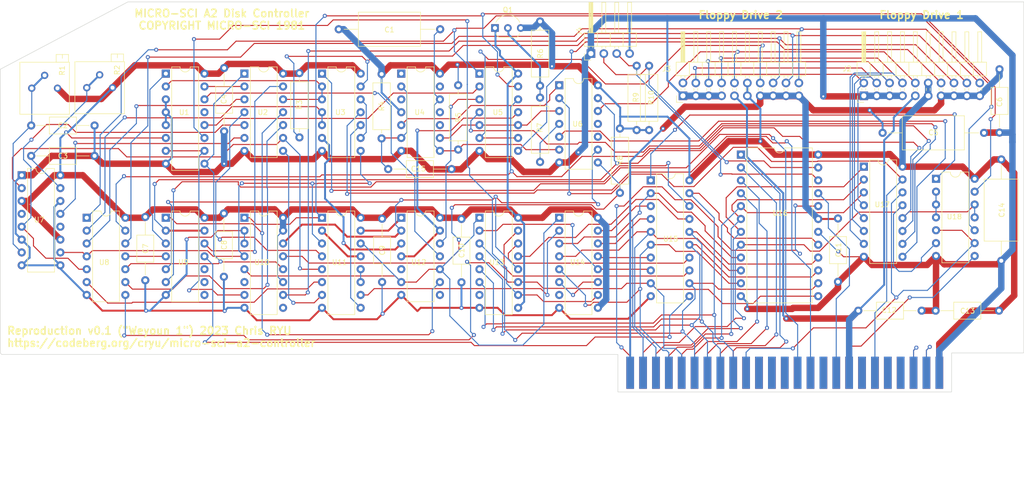
<source format=kicad_pcb>
(kicad_pcb (version 20221018) (generator pcbnew)

  (general
    (thickness 1.6)
  )

  (paper "A4")
  (layers
    (0 "F.Cu" signal)
    (31 "B.Cu" signal)
    (32 "B.Adhes" user "B.Adhesive")
    (33 "F.Adhes" user "F.Adhesive")
    (34 "B.Paste" user)
    (35 "F.Paste" user)
    (36 "B.SilkS" user "B.Silkscreen")
    (37 "F.SilkS" user "F.Silkscreen")
    (38 "B.Mask" user)
    (39 "F.Mask" user)
    (40 "Dwgs.User" user "User.Drawings")
    (41 "Cmts.User" user "User.Comments")
    (42 "Eco1.User" user "User.Eco1")
    (43 "Eco2.User" user "User.Eco2")
    (44 "Edge.Cuts" user)
    (45 "Margin" user)
    (46 "B.CrtYd" user "B.Courtyard")
    (47 "F.CrtYd" user "F.Courtyard")
    (48 "B.Fab" user)
    (49 "F.Fab" user)
    (50 "User.1" user)
    (51 "User.2" user)
    (52 "User.3" user)
    (53 "User.4" user)
    (54 "User.5" user)
    (55 "User.6" user)
    (56 "User.7" user)
    (57 "User.8" user)
    (58 "User.9" user)
  )

  (setup
    (stackup
      (layer "F.SilkS" (type "Top Silk Screen"))
      (layer "F.Paste" (type "Top Solder Paste"))
      (layer "F.Mask" (type "Top Solder Mask") (thickness 0.01))
      (layer "F.Cu" (type "copper") (thickness 0.035))
      (layer "dielectric 1" (type "core") (thickness 1.51) (material "FR4") (epsilon_r 4.5) (loss_tangent 0.02))
      (layer "B.Cu" (type "copper") (thickness 0.035))
      (layer "B.Mask" (type "Bottom Solder Mask") (thickness 0.01))
      (layer "B.Paste" (type "Bottom Solder Paste"))
      (layer "B.SilkS" (type "Bottom Silk Screen"))
      (copper_finish "None")
      (dielectric_constraints no)
    )
    (pad_to_mask_clearance 0)
    (pcbplotparams
      (layerselection 0x00010fc_ffffffff)
      (plot_on_all_layers_selection 0x0000000_00000000)
      (disableapertmacros false)
      (usegerberextensions false)
      (usegerberattributes true)
      (usegerberadvancedattributes true)
      (creategerberjobfile true)
      (dashed_line_dash_ratio 12.000000)
      (dashed_line_gap_ratio 3.000000)
      (svgprecision 4)
      (plotframeref false)
      (viasonmask false)
      (mode 1)
      (useauxorigin false)
      (hpglpennumber 1)
      (hpglpenspeed 20)
      (hpglpendiameter 15.000000)
      (dxfpolygonmode true)
      (dxfimperialunits true)
      (dxfusepcbnewfont true)
      (psnegative false)
      (psa4output false)
      (plotreference true)
      (plotvalue true)
      (plotinvisibletext false)
      (sketchpadsonfab false)
      (subtractmaskfromsilk false)
      (outputformat 1)
      (mirror false)
      (drillshape 1)
      (scaleselection 1)
      (outputdirectory "")
    )
  )

  (net 0 "")
  (net 1 "+5V")
  (net 2 "Net-(U4B-THR)")
  (net 3 "Net-(U7B-RCext)")
  (net 4 "GND")
  (net 5 "Net-(U7A-RCext)")
  (net 6 "Net-(J1-~{DMAIN})")
  (net 7 "Net-(J1-~{INTIN})")
  (net 8 "unconnected-(J1-~{DMA}-Pad22)")
  (net 9 "unconnected-(J1-~{RDY}-Pad21)")
  (net 10 "unconnected-(J1-~{IOSTRB}-Pad20)")
  (net 11 "unconnected-(J1-SYNC-Pad19)")
  (net 12 "R{slash}~{W}")
  (net 13 "unconnected-(J1-A15-Pad17)")
  (net 14 "unconnected-(J1-A14-Pad16)")
  (net 15 "unconnected-(J1-A13-Pad15)")
  (net 16 "unconnected-(J1-A12-Pad14)")
  (net 17 "unconnected-(J1-A11-Pad13)")
  (net 18 "unconnected-(J1-A10-Pad12)")
  (net 19 "unconnected-(J1-A9-Pad11)")
  (net 20 "unconnected-(J1-A8-Pad10)")
  (net 21 "A7")
  (net 22 "A6")
  (net 23 "A5")
  (net 24 "A4")
  (net 25 "A3")
  (net 26 "A2")
  (net 27 "A1")
  (net 28 "A0")
  (net 29 "~{IOSEL}")
  (net 30 "unconnected-(J1-~{NMI}-Pad29)")
  (net 31 "unconnected-(J1-~{IRQ}-Pad30)")
  (net 32 "~{RESET}")
  (net 33 "unconnected-(J1-~{INH}-Pad32)")
  (net 34 "-12V")
  (net 35 "-5V")
  (net 36 "unconnected-(J1-COLORREF{slash}M2B0-Pad35)")
  (net 37 "7M")
  (net 38 "Q3")
  (net 39 "unconnected-(J1-PHI1-Pad38)")
  (net 40 "unconnected-(J1-USER1{slash}SYNC{slash}M2SEL-Pad39)")
  (net 41 "unconnected-(J1-PHI0-Pad40)")
  (net 42 "~{DEVSEL}")
  (net 43 "D7")
  (net 44 "D6")
  (net 45 "D5")
  (net 46 "D4")
  (net 47 "D3")
  (net 48 "D2")
  (net 49 "D1")
  (net 50 "D0")
  (net 51 "+12V")
  (net 52 "PH0")
  (net 53 "PH1")
  (net 54 "PH2")
  (net 55 "PH3")
  (net 56 "~{WREQ}")
  (net 57 "~{EN.A}")
  (net 58 "RD")
  (net 59 "WR")
  (net 60 "PWM")
  (net 61 "~{EN.B}")
  (net 62 "Net-(J4-Pin_2)")
  (net 63 "Net-(J4-Pin_3)")
  (net 64 "Net-(U4A-THR)")
  (net 65 "Net-(R7-Pad1)")
  (net 66 "U10_13")
  (net 67 "Net-(U1-~{MR})")
  (net 68 "Net-(U1-CP)")
  (net 69 "Net-(U1-CEP)")
  (net 70 "Net-(U1-~{PE})")
  (net 71 "Net-(U1-Q3)")
  (net 72 "Net-(U1-Q2)")
  (net 73 "unconnected-(U1-Q1-Pad13)")
  (net 74 "U12_11")
  (net 75 "Net-(U1-TC)")
  (net 76 "Net-(U2-Pad3)")
  (net 77 "Net-(U11-D1)")
  (net 78 "U7_5")
  (net 79 "U7_13")
  (net 80 "U11_7")
  (net 81 "U7_2")
  (net 82 "Net-(U2-Pad10)")
  (net 83 "Net-(U12B-Q)")
  (net 84 "Net-(U2-Pad13)")
  (net 85 "Net-(U3-Pad4)")
  (net 86 "U12_3")
  (net 87 "Net-(U10A-C)")
  (net 88 "Net-(U3-Pad12)")
  (net 89 "Net-(U11-Cp)")
  (net 90 "unconnected-(U4A-DIS-Pad1)")
  (net 91 "unconnected-(U4A-CV-Pad3)")
  (net 92 "Net-(U4A-Q)")
  (net 93 "Net-(U4B-Q)")
  (net 94 "unconnected-(U4B-R-Pad10)")
  (net 95 "unconnected-(U4B-CV-Pad11)")
  (net 96 "unconnected-(U4B-DIS-Pad13)")
  (net 97 "U12_12")
  (net 98 "U17_10")
  (net 99 "U12_13")
  (net 100 "U17_11")
  (net 101 "U11_1")
  (net 102 "U17_9")
  (net 103 "U10_14")
  (net 104 "unconnected-(U6-Pad10)")
  (net 105 "unconnected-(U6-Pad11)")
  (net 106 "Net-(U17-Q7)")
  (net 107 "unconnected-(U7A-~{Q}-Pad4)")
  (net 108 "unconnected-(U7B-~{Q}-Pad12)")
  (net 109 "Net-(U13-S1)")
  (net 110 "Net-(U11-D2)")
  (net 111 "U13_11")
  (net 112 "Net-(U8-Pad11)")
  (net 113 "LATCH_D7")
  (net 114 "unconnected-(U9-Pad8)")
  (net 115 "unconnected-(U9-Pad9)")
  (net 116 "unconnected-(U9-Pad10)")
  (net 117 "U15_11")
  (net 118 "U12_6")
  (net 119 "unconnected-(U10A-Q-Pad6)")
  (net 120 "unconnected-(U10B-~{Q}-Pad9)")
  (net 121 "Net-(U11-D4)")
  (net 122 "U11_10")
  (net 123 "Net-(U11-D3)")
  (net 124 "Net-(U11-Q5)")
  (net 125 "unconnected-(U12A-Q-Pad5)")
  (net 126 "unconnected-(U12B-~{Q}-Pad8)")
  (net 127 "LATCH_D3")
  (net 128 "unconnected-(U13-Dsl-Pad7)")
  (net 129 "LATCH_D6")
  (net 130 "LATCH_D5")
  (net 131 "LATCH_D4")
  (net 132 "unconnected-(U14-Dsl-Pad7)")
  (net 133 "LATCH_D2")
  (net 134 "LATCH_D1")
  (net 135 "LATCH_D0")
  (net 136 "Net-(U15-OE)")
  (net 137 "Net-(U18-Pad2)")
  (net 138 "+5C")
  (net 139 "Net-(Q1-B)")

  (footprint "Package_DIP:DIP-16_W7.62mm" (layer "F.Cu") (at 93.65 103.61))

  (footprint "Capacitor_THT:C_Axial_L12.0mm_D6.5mm_P20.00mm_Horizontal" (layer "F.Cu") (at 219.5 86.85))

  (footprint "Capacitor_THT:C_Axial_L5.1mm_D3.1mm_P12.50mm_Horizontal" (layer "F.Cu") (at 51.6 91.4))

  (footprint "Capacitor_THT:C_Axial_L5.1mm_D3.1mm_P12.50mm_Horizontal" (layer "F.Cu") (at 210.7 103.75 -90))

  (footprint "Resistor_THT:R_Axial_DIN0309_L9.0mm_D3.2mm_P12.70mm_Horizontal" (layer "F.Cu") (at 151.95 92.6 90))

  (footprint "Package_DIP:DIP-16_W7.62mm" (layer "F.Cu") (at 108.95 103.61))

  (footprint "Capacitor_THT:C_Axial_L5.1mm_D3.1mm_P12.50mm_Horizontal" (layer "F.Cu") (at 120.8 103.8 -90))

  (footprint "Capacitor_THT:C_Axial_L5.1mm_D3.1mm_P12.50mm_Horizontal" (layer "F.Cu") (at 214.7 121.95))

  (footprint "Resistor_THT:R_Axial_DIN0309_L9.0mm_D3.2mm_P12.70mm_Horizontal" (layer "F.Cu") (at 173.45 86.3 90))

  (footprint "Capacitor_THT:C_Axial_L12.0mm_D6.5mm_P20.00mm_Horizontal" (layer "F.Cu") (at 112.25 66.4))

  (footprint "Capacitor_THT:C_Axial_L5.1mm_D3.1mm_P12.50mm_Horizontal" (layer "F.Cu") (at 89.6 102.75 -90))

  (footprint "Package_TO_SOT_THT:TO-92_Inline_Wide" (layer "F.Cu") (at 143.06 66.15))

  (footprint "Package_DIP:DIP-14_W7.62mm" (layer "F.Cu") (at 108.95 75.16))

  (footprint "Potentiometer_THT:Potentiometer_Bourns_3299P_Horizontal" (layer "F.Cu") (at 67.64 77.94 -90))

  (footprint "Capacitor_THT:C_Axial_L5.1mm_D3.1mm_P12.50mm_Horizontal" (layer "F.Cu") (at 74.1 103.45 -90))

  (footprint "Resistor_THT:R_Axial_DIN0309_L9.0mm_D3.2mm_P12.70mm_Horizontal" (layer "F.Cu") (at 151.95 64.85 -90))

  (footprint "Resistor_THT:R_Axial_DIN0309_L9.0mm_D3.2mm_P12.70mm_Horizontal" (layer "F.Cu") (at 135.8 77.45 -90))

  (footprint "Capacitor_THT:C_Axial_L5.1mm_D3.1mm_P12.50mm_Horizontal" (layer "F.Cu") (at 136.45 103.85 -90))

  (footprint "Package_DIP:DIP-14_W7.62mm" (layer "F.Cu") (at 124.58 75.16))

  (footprint "Resistor_THT:R_Axial_DIN0309_L9.0mm_D3.2mm_P12.70mm_Horizontal" (layer "F.Cu") (at 120.7 87.95 90))

  (footprint "Package_DIP:DIP-20_W7.62mm" (layer "F.Cu") (at 173.78 96.23))

  (footprint "apple2:Male_Card-Edge_50_pin__100_mil" (layer "F.Cu") (at 200.2 134.2))

  (footprint "Capacitor_THT:C_Axial_L5.1mm_D3.1mm_P12.50mm_Horizontal" (layer "F.Cu") (at 89.65 74.05 -90))

  (footprint "Resistor_THT:R_Axial_DIN0309_L9.0mm_D3.2mm_P12.70mm_Horizontal" (layer "F.Cu") (at 167.7 86 -90))

  (footprint "Package_DIP:DIP-16_W7.62mm" (layer "F.Cu") (at 155.73 103.61))

  (footprint "Capacitor_THT:C_Axial_L5.1mm_D3.1mm_P12.50mm_Horizontal" (layer "F.Cu") (at 122 94))

  (footprint "Capacitor_THT:C_Axial_L5.1mm_D3.1mm_P12.50mm_Horizontal" (layer "F.Cu") (at 51.6 85.4))

  (footprint "Package_DIP:DIP-16_W7.62mm" (layer "F.Cu") (at 140 103.61))

  (footprint "Package_DIP:DIP-16_W7.62mm" (layer "F.Cu") (at 49.73 95.22))

  (footprint "Capacitor_THT:C_Axial_L12.0mm_D6.5mm_P20.00mm_Horizontal" (layer "F.Cu") (at 242.9 92.1 -90))

  (footprint "Package_DIP:DIP-24_W15.24mm" (layer "F.Cu") (at 191.56 91.15))

  (footprint "Potentiometer_THT:Potentiometer_Bourns_3299P_Horizontal" (layer "F.Cu") (at 56.79 78.04 -90))

  (footprint "Package_DIP:DIP-14_W7.62mm" (layer "F.Cu") (at 230.03 95.92))

  (footprint "Resistor_THT:R_Axial_DIN0309_L9.0mm_D3.2mm_P12.70mm_Horizontal" (layer "F.Cu") (at 104.5 75.05 -90))

  (footprint "Package_DIP:DIP-14_W7.62mm" (layer "F.Cu") (at 78.15 103.61))

  (footprint "Capacitor_THT:C_Axial_L5.1mm_D3.1mm_P12.50mm_Horizontal" (layer "F.Cu") (at 242.55 74.3 -90))

  (footprint "Package_DIP:DIP-14_W7.62mm" (layer "F.Cu")
    (tstamp c5666bfe-9423-4d3b-972d-447a344b615a)
    (at 124.58 103.61)
    (descr "14-lead though-hole mounted DIP package, row spacing 7.62 mm (300 mils)")
    (tags "THT DIP DIL PDIP 2.54mm 7.62mm 300mil")
    (property "Sheetfile" "MicroSci Floppy Controller.kicad_sch")
    (property "Sheetname" "")
    (property "ki_description" "Dual D Flip-flop, Set & Reset")
    (property "ki_keywords" "TTL DFF")
    (path "/54912835-6d1a-4be1-b806-caa1dca6f03f")
    (attr through_hole)
    (fp_text reference "U12" (at 3.45 8.79) (layer "F.SilkS")
        (effects (font (size 1 1) (thickness 0.15)))
      (tstam
... [329899 chars truncated]
</source>
